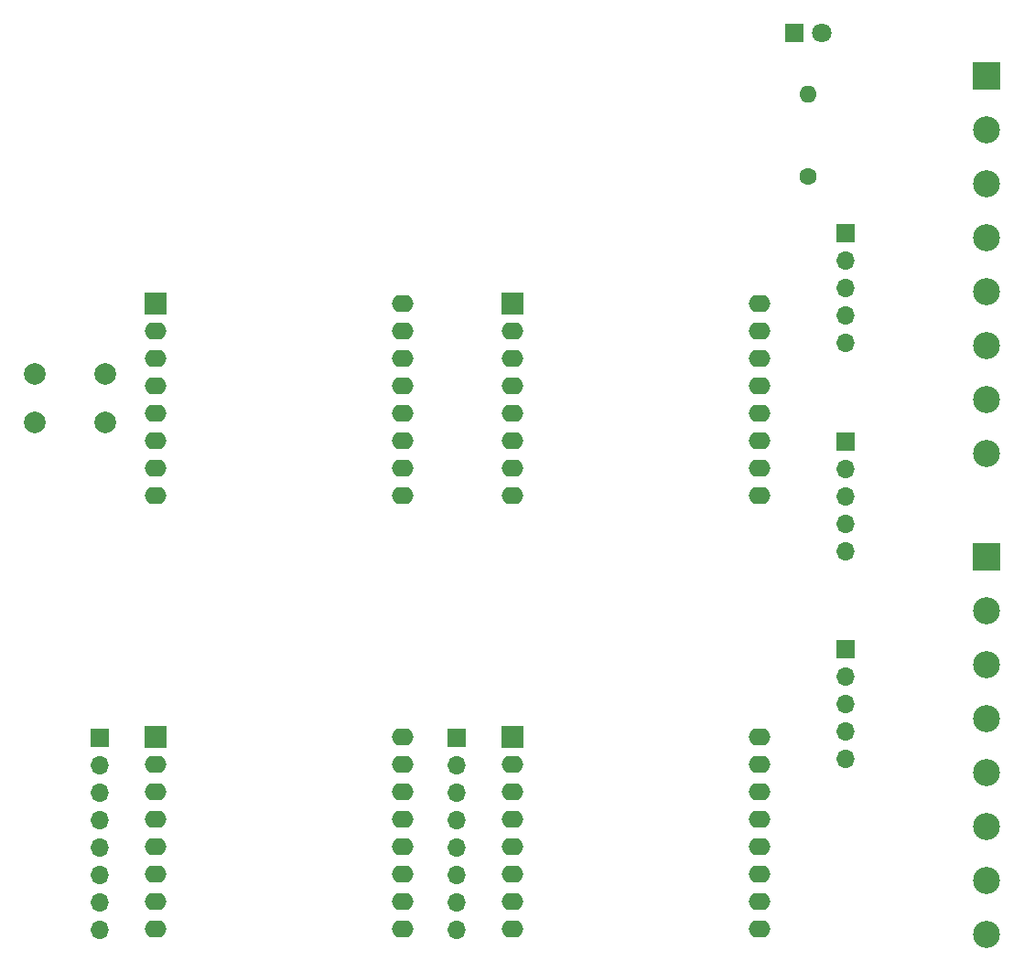
<source format=gbr>
%TF.GenerationSoftware,KiCad,Pcbnew,8.0.3*%
%TF.CreationDate,2024-06-27T17:09:37+08:00*%
%TF.ProjectId,Kicad8,4b696361-6438-42e6-9b69-6361645f7063,rev?*%
%TF.SameCoordinates,Original*%
%TF.FileFunction,Soldermask,Top*%
%TF.FilePolarity,Negative*%
%FSLAX46Y46*%
G04 Gerber Fmt 4.6, Leading zero omitted, Abs format (unit mm)*
G04 Created by KiCad (PCBNEW 8.0.3) date 2024-06-27 17:09:37*
%MOMM*%
%LPD*%
G01*
G04 APERTURE LIST*
%ADD10O,2.000000X1.600000*%
%ADD11R,2.000000X2.000000*%
%ADD12C,2.000000*%
%ADD13C,1.600000*%
%ADD14O,1.600000X1.600000*%
%ADD15C,2.500000*%
%ADD16R,2.500000X2.500000*%
%ADD17O,1.700000X1.700000*%
%ADD18R,1.700000X1.700000*%
%ADD19R,1.800000X1.800000*%
%ADD20C,1.800000*%
G04 APERTURE END LIST*
D10*
%TO.C,U4*%
X173000000Y-92550000D03*
X173000000Y-95090000D03*
X173000000Y-97630000D03*
X173000000Y-100170000D03*
X173000000Y-102710000D03*
X173000000Y-105250000D03*
X173000000Y-107790000D03*
X173000000Y-110330000D03*
X150140000Y-110330000D03*
X150140000Y-107790000D03*
X150140000Y-105250000D03*
X150140000Y-102710000D03*
X150140000Y-100170000D03*
X150140000Y-97630000D03*
X150140000Y-95090000D03*
D11*
X150140000Y-92550000D03*
%TD*%
%TO.C,U3*%
X117140000Y-92590000D03*
D10*
X117140000Y-95130000D03*
X117140000Y-97670000D03*
X117140000Y-100210000D03*
X117140000Y-102750000D03*
X117140000Y-105290000D03*
X117140000Y-107830000D03*
X117140000Y-110370000D03*
X140000000Y-110370000D03*
X140000000Y-107830000D03*
X140000000Y-105290000D03*
X140000000Y-102750000D03*
X140000000Y-100210000D03*
X140000000Y-97670000D03*
X140000000Y-95130000D03*
X140000000Y-92590000D03*
%TD*%
D11*
%TO.C,U2*%
X150140000Y-132710000D03*
D10*
X150140000Y-135250000D03*
X150140000Y-137790000D03*
X150140000Y-140330000D03*
X150140000Y-142870000D03*
X150140000Y-145410000D03*
X150140000Y-147950000D03*
X150140000Y-150490000D03*
X173000000Y-150490000D03*
X173000000Y-147950000D03*
X173000000Y-145410000D03*
X173000000Y-142870000D03*
X173000000Y-140330000D03*
X173000000Y-137790000D03*
X173000000Y-135250000D03*
X173000000Y-132710000D03*
%TD*%
%TO.C,U1*%
X140000000Y-132750000D03*
X140000000Y-135290000D03*
X140000000Y-137830000D03*
X140000000Y-140370000D03*
X140000000Y-142910000D03*
X140000000Y-145450000D03*
X140000000Y-147990000D03*
X140000000Y-150530000D03*
X117140000Y-150530000D03*
X117140000Y-147990000D03*
X117140000Y-145450000D03*
X117140000Y-142910000D03*
X117140000Y-140370000D03*
X117140000Y-137830000D03*
X117140000Y-135290000D03*
D11*
X117140000Y-132750000D03*
%TD*%
D12*
%TO.C,SW1*%
X112500000Y-103590000D03*
X106000000Y-103590000D03*
X112500000Y-99090000D03*
X106000000Y-99090000D03*
%TD*%
D13*
%TO.C,R1*%
X177500000Y-80810000D03*
D14*
X177500000Y-73190000D03*
%TD*%
D15*
%TO.C,J7*%
X194000000Y-106500000D03*
X194000000Y-101500000D03*
X194000000Y-96500000D03*
X194000000Y-91500000D03*
X194000000Y-86500000D03*
X194000000Y-81500000D03*
X194000000Y-76500000D03*
D16*
X194000000Y-71500000D03*
%TD*%
D15*
%TO.C,J6*%
X194000000Y-151000000D03*
X194000000Y-146000000D03*
X194000000Y-141000000D03*
X194000000Y-136000000D03*
X194000000Y-131000000D03*
X194000000Y-126000000D03*
X194000000Y-121000000D03*
D16*
X194000000Y-116000000D03*
%TD*%
D17*
%TO.C,J5*%
X181000000Y-134750000D03*
X181000000Y-132210000D03*
X181000000Y-129670000D03*
X181000000Y-127130000D03*
D18*
X181000000Y-124590000D03*
%TD*%
%TO.C,J4*%
X181000000Y-105340000D03*
D17*
X181000000Y-107880000D03*
X181000000Y-110420000D03*
X181000000Y-112960000D03*
X181000000Y-115500000D03*
%TD*%
%TO.C,J3*%
X181000000Y-96250000D03*
X181000000Y-93710000D03*
X181000000Y-91170000D03*
X181000000Y-88630000D03*
D18*
X181000000Y-86090000D03*
%TD*%
%TO.C,J2*%
X112000000Y-132765000D03*
D17*
X112000000Y-135305000D03*
X112000000Y-137845000D03*
X112000000Y-140385000D03*
X112000000Y-142925000D03*
X112000000Y-145465000D03*
X112000000Y-148005000D03*
X112000000Y-150545000D03*
%TD*%
D18*
%TO.C,J1*%
X145000000Y-132765000D03*
D17*
X145000000Y-135305000D03*
X145000000Y-137845000D03*
X145000000Y-140385000D03*
X145000000Y-142925000D03*
X145000000Y-145465000D03*
X145000000Y-148005000D03*
X145000000Y-150545000D03*
%TD*%
D19*
%TO.C,D1*%
X176225000Y-67500000D03*
D20*
X178765000Y-67500000D03*
%TD*%
M02*

</source>
